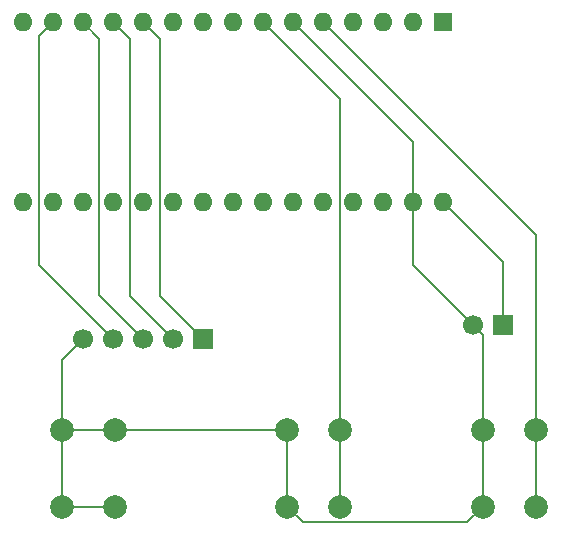
<source format=gbr>
%TF.GenerationSoftware,KiCad,Pcbnew,9.0.3*%
%TF.CreationDate,2025-08-08T18:34:11-07:00*%
%TF.ProjectId,FerrisWheelOrganizer,46657272-6973-4576-9865-656c4f726761,rev?*%
%TF.SameCoordinates,Original*%
%TF.FileFunction,Copper,L1,Top*%
%TF.FilePolarity,Positive*%
%FSLAX46Y46*%
G04 Gerber Fmt 4.6, Leading zero omitted, Abs format (unit mm)*
G04 Created by KiCad (PCBNEW 9.0.3) date 2025-08-08 18:34:11*
%MOMM*%
%LPD*%
G01*
G04 APERTURE LIST*
%TA.AperFunction,ComponentPad*%
%ADD10R,1.600000X1.600000*%
%TD*%
%TA.AperFunction,ComponentPad*%
%ADD11O,1.600000X1.600000*%
%TD*%
%TA.AperFunction,ComponentPad*%
%ADD12C,2.000000*%
%TD*%
%TA.AperFunction,ComponentPad*%
%ADD13R,1.700000X1.700000*%
%TD*%
%TA.AperFunction,ComponentPad*%
%ADD14C,1.700000*%
%TD*%
%TA.AperFunction,Conductor*%
%ADD15C,0.200000*%
%TD*%
G04 APERTURE END LIST*
D10*
%TO.P,A1,1,D1/TX*%
%TO.N,unconnected-(A1-D1{slash}TX-Pad1)*%
X191897000Y-55118000D03*
D11*
%TO.P,A1,2,D0/RX*%
%TO.N,unconnected-(A1-D0{slash}RX-Pad2)*%
X189357000Y-55118000D03*
%TO.P,A1,3,~{RESET}*%
%TO.N,unconnected-(A1-~{RESET}-Pad3)*%
X186817000Y-55118000D03*
%TO.P,A1,4,GND*%
%TO.N,unconnected-(A1-GND-Pad4)*%
X184277000Y-55118000D03*
%TO.P,A1,5,D2*%
%TO.N,Net-(A1-D2)*%
X181737000Y-55118000D03*
%TO.P,A1,6,D3*%
%TO.N,Net-(A1-D3)*%
X179197000Y-55118000D03*
%TO.P,A1,7,D4*%
%TO.N,Net-(A1-D4)*%
X176657000Y-55118000D03*
%TO.P,A1,8,D5*%
%TO.N,unconnected-(A1-D5-Pad8)*%
X174117000Y-55118000D03*
%TO.P,A1,9,D6*%
%TO.N,unconnected-(A1-D6-Pad9)*%
X171577000Y-55118000D03*
%TO.P,A1,10,D7*%
%TO.N,unconnected-(A1-D7-Pad10)*%
X169037000Y-55118000D03*
%TO.P,A1,11,D8*%
%TO.N,Net-(A1-D8)*%
X166497000Y-55118000D03*
%TO.P,A1,12,D9*%
%TO.N,Net-(A1-D9)*%
X163957000Y-55118000D03*
%TO.P,A1,13,D10*%
%TO.N,Net-(A1-D10)*%
X161417000Y-55118000D03*
%TO.P,A1,14,D11*%
%TO.N,Net-(A1-D11)*%
X158877000Y-55118000D03*
%TO.P,A1,15,D12*%
%TO.N,unconnected-(A1-D12-Pad15)*%
X156337000Y-55118000D03*
%TO.P,A1,16,D13*%
%TO.N,unconnected-(A1-D13-Pad16)*%
X156337000Y-70358000D03*
%TO.P,A1,17,3V3*%
%TO.N,unconnected-(A1-3V3-Pad17)*%
X158877000Y-70358000D03*
%TO.P,A1,18,AREF*%
%TO.N,unconnected-(A1-AREF-Pad18)*%
X161417000Y-70358000D03*
%TO.P,A1,19,A0*%
%TO.N,unconnected-(A1-A0-Pad19)*%
X163957000Y-70358000D03*
%TO.P,A1,20,A1*%
%TO.N,unconnected-(A1-A1-Pad20)*%
X166497000Y-70358000D03*
%TO.P,A1,21,A2*%
%TO.N,unconnected-(A1-A2-Pad21)*%
X169037000Y-70358000D03*
%TO.P,A1,22,A3*%
%TO.N,unconnected-(A1-A3-Pad22)*%
X171577000Y-70358000D03*
%TO.P,A1,23,A4*%
%TO.N,unconnected-(A1-A4-Pad23)*%
X174117000Y-70358000D03*
%TO.P,A1,24,A5*%
%TO.N,unconnected-(A1-A5-Pad24)*%
X176657000Y-70358000D03*
%TO.P,A1,25,A6*%
%TO.N,unconnected-(A1-A6-Pad25)*%
X179197000Y-70358000D03*
%TO.P,A1,26,A7*%
%TO.N,unconnected-(A1-A7-Pad26)*%
X181737000Y-70358000D03*
%TO.P,A1,27,+5V*%
%TO.N,unconnected-(A1-+5V-Pad27)*%
X184277000Y-70358000D03*
%TO.P,A1,28,~{RESET}*%
%TO.N,unconnected-(A1-~{RESET}-Pad28)*%
X186817000Y-70358000D03*
%TO.P,A1,29,GND*%
%TO.N,Net-(A1-D3)*%
X189357000Y-70358000D03*
%TO.P,A1,30,VIN*%
%TO.N,Net-(A1-VIN)*%
X191897000Y-70358000D03*
%TD*%
D12*
%TO.P,SW3,1,1*%
%TO.N,Net-(A1-D4)*%
X183225000Y-89618750D03*
X183225000Y-96118750D03*
%TO.P,SW3,2,2*%
%TO.N,Net-(A1-D3)*%
X178725000Y-89618750D03*
X178725000Y-96118750D03*
%TD*%
D13*
%TO.P,BT1,1,+*%
%TO.N,Net-(A1-VIN)*%
X196977000Y-80772000D03*
D14*
%TO.P,BT1,2,-*%
%TO.N,Net-(A1-D3)*%
X194437000Y-80772000D03*
%TD*%
D12*
%TO.P,SW2,1,1*%
%TO.N,Net-(A1-D3)*%
X164175000Y-89618750D03*
X164175000Y-96118750D03*
%TO.P,SW2,2,2*%
X159675000Y-89618750D03*
X159675000Y-96118750D03*
%TD*%
D13*
%TO.P,J1,1,Pin_1*%
%TO.N,Net-(A1-D8)*%
X171577000Y-81915000D03*
D14*
%TO.P,J1,2,Pin_2*%
%TO.N,Net-(A1-D9)*%
X169037000Y-81915000D03*
%TO.P,J1,3,Pin_3*%
%TO.N,Net-(A1-D10)*%
X166497000Y-81915000D03*
%TO.P,J1,4,Pin_4*%
%TO.N,Net-(A1-D11)*%
X163957000Y-81915000D03*
%TO.P,J1,5,Pin_5*%
%TO.N,Net-(A1-D3)*%
X161417000Y-81915000D03*
%TD*%
D12*
%TO.P,SW1,1,1*%
%TO.N,Net-(A1-D2)*%
X199762500Y-89618750D03*
X199762500Y-96118750D03*
%TO.P,SW1,2,2*%
%TO.N,Net-(A1-D3)*%
X195262500Y-89618750D03*
X195262500Y-96118750D03*
%TD*%
D15*
%TO.N,Net-(A1-D4)*%
X183225000Y-89618750D02*
X183225000Y-95717750D01*
X183225000Y-89618750D02*
X183176000Y-89569750D01*
X183176000Y-61637000D02*
X176657000Y-55118000D01*
X183176000Y-89569750D02*
X183176000Y-61637000D01*
%TO.N,Net-(A1-D2)*%
X199762500Y-96118750D02*
X199762500Y-89618750D01*
X199762500Y-89618750D02*
X199762500Y-73143500D01*
X199762500Y-73143500D02*
X181737000Y-55118000D01*
X181737000Y-55118000D02*
X190458000Y-63839000D01*
%TO.N,Net-(A1-VIN)*%
X196977000Y-75438000D02*
X191897000Y-70358000D01*
X196977000Y-80772000D02*
X196977000Y-75438000D01*
%TO.N,Net-(A1-D3)*%
X193961500Y-97419750D02*
X180026000Y-97419750D01*
X194437000Y-80772000D02*
X189357000Y-75692000D01*
X178725000Y-89618750D02*
X164175000Y-89618750D01*
X159675000Y-96118750D02*
X159675000Y-89618750D01*
X178725000Y-89618750D02*
X178725000Y-96118750D01*
X189357000Y-65278000D02*
X179197000Y-55118000D01*
X180026000Y-97419750D02*
X178725000Y-96118750D01*
X195262500Y-89618750D02*
X195262500Y-81597500D01*
X164175000Y-89618750D02*
X159675000Y-89618750D01*
X159675000Y-89618750D02*
X159675000Y-83657000D01*
X159675000Y-96118750D02*
X164175000Y-96118750D01*
X195262500Y-81597500D02*
X194437000Y-80772000D01*
X159675000Y-83657000D02*
X161417000Y-81915000D01*
X195262500Y-96118750D02*
X195262500Y-89618750D01*
X189357000Y-70358000D02*
X189357000Y-65278000D01*
X195262500Y-96118750D02*
X193961500Y-97419750D01*
X189357000Y-75692000D02*
X189357000Y-70358000D01*
%TO.N,Net-(A1-D8)*%
X167936000Y-78274000D02*
X167936000Y-56557000D01*
X167936000Y-56557000D02*
X166497000Y-55118000D01*
X171577000Y-81915000D02*
X167936000Y-78274000D01*
%TO.N,Net-(A1-D9)*%
X165396000Y-78274000D02*
X165396000Y-56557000D01*
X169037000Y-81915000D02*
X165396000Y-78274000D01*
X165396000Y-56557000D02*
X163957000Y-55118000D01*
%TO.N,Net-(A1-D10)*%
X162814000Y-56515000D02*
X161417000Y-55118000D01*
X162814000Y-78232000D02*
X162814000Y-56515000D01*
X166497000Y-81915000D02*
X162814000Y-78232000D01*
%TO.N,Net-(A1-D11)*%
X157734000Y-56261000D02*
X158877000Y-55118000D01*
X163957000Y-81915000D02*
X157734000Y-75692000D01*
X157734000Y-75692000D02*
X157734000Y-56261000D01*
%TD*%
M02*

</source>
